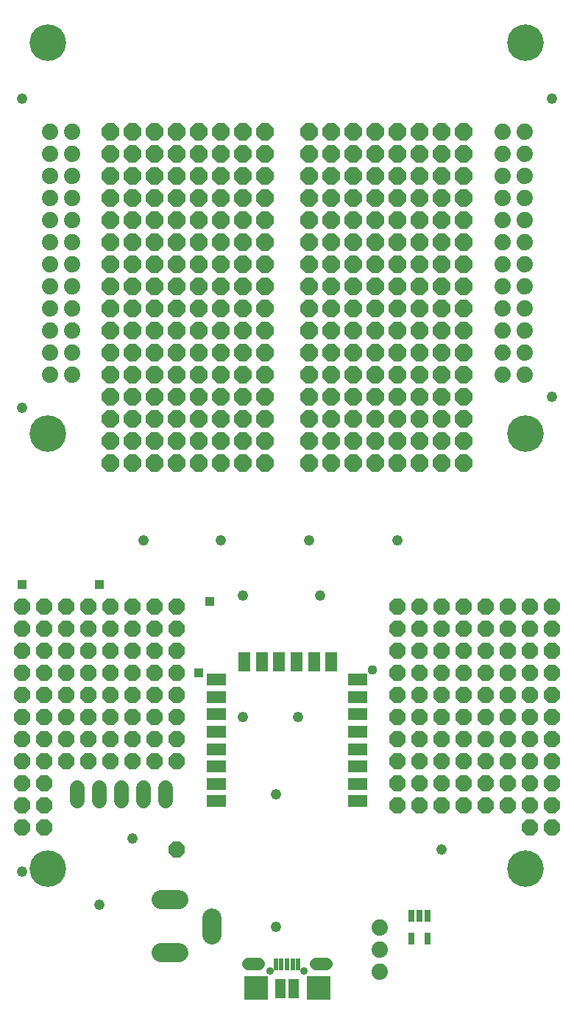
<source format=gts>
G75*
%MOIN*%
%OFA0B0*%
%FSLAX25Y25*%
%IPPOS*%
%LPD*%
%AMOC8*
5,1,8,0,0,1.08239X$1,22.5*
%
%ADD10C,0.16548*%
%ADD11C,0.07400*%
%ADD12C,0.08674*%
%ADD13OC8,0.07100*%
%ADD14R,0.08674X0.05524*%
%ADD15R,0.05524X0.08674*%
%ADD16R,0.01969X0.05709*%
%ADD17R,0.04737X0.08674*%
%ADD18C,0.05556*%
%ADD19R,0.10643X0.10643*%
%ADD20C,0.03556*%
%ADD21R,0.02965X0.05524*%
%ADD22OC8,0.07800*%
%ADD23C,0.06800*%
%ADD24R,0.04400X0.04400*%
%ADD25C,0.04400*%
%ADD26C,0.04762*%
D10*
X0043375Y0078414D03*
X0043375Y0275186D03*
X0043375Y0452391D03*
X0259871Y0452430D03*
X0259871Y0275225D03*
X0259831Y0078414D03*
D11*
X0193650Y0051721D03*
X0193650Y0041721D03*
X0193650Y0031721D03*
X0249300Y0301800D03*
X0249300Y0311800D03*
X0249300Y0321800D03*
X0249300Y0331800D03*
X0249300Y0341800D03*
X0249300Y0351800D03*
X0249300Y0361800D03*
X0249300Y0371800D03*
X0249300Y0381800D03*
X0249300Y0391800D03*
X0249300Y0401800D03*
X0249300Y0411800D03*
X0259300Y0411800D03*
X0259300Y0401800D03*
X0259300Y0391800D03*
X0259300Y0381800D03*
X0259300Y0371800D03*
X0259300Y0361800D03*
X0259300Y0351800D03*
X0259300Y0341800D03*
X0259300Y0331800D03*
X0259300Y0321800D03*
X0259300Y0311800D03*
X0259300Y0301800D03*
X0054300Y0301800D03*
X0054300Y0311800D03*
X0054300Y0321800D03*
X0054300Y0331800D03*
X0054300Y0341800D03*
X0054300Y0351800D03*
X0054300Y0361800D03*
X0054300Y0371800D03*
X0054300Y0381800D03*
X0054300Y0391800D03*
X0054300Y0401800D03*
X0054300Y0411800D03*
X0044300Y0411800D03*
X0044300Y0401800D03*
X0044300Y0391800D03*
X0044300Y0381800D03*
X0044300Y0371800D03*
X0044300Y0361800D03*
X0044300Y0351800D03*
X0044300Y0341800D03*
X0044300Y0331800D03*
X0044300Y0321800D03*
X0044300Y0311800D03*
X0044300Y0301800D03*
D12*
X0094792Y0064359D02*
X0102666Y0064359D01*
X0102666Y0040343D02*
X0094792Y0040343D01*
X0117627Y0048217D02*
X0117627Y0056091D01*
D13*
X0101800Y0086800D03*
X0101800Y0126800D03*
X0101800Y0136800D03*
X0101800Y0146800D03*
X0101800Y0156800D03*
X0101800Y0166800D03*
X0101800Y0176800D03*
X0101800Y0186800D03*
X0101800Y0196800D03*
X0091800Y0196800D03*
X0091800Y0186800D03*
X0091800Y0176800D03*
X0091800Y0166800D03*
X0091800Y0156800D03*
X0091800Y0146800D03*
X0091800Y0136800D03*
X0091800Y0126800D03*
X0081800Y0126800D03*
X0081800Y0136800D03*
X0081800Y0146800D03*
X0081800Y0156800D03*
X0081800Y0166800D03*
X0081800Y0176800D03*
X0081800Y0186800D03*
X0081800Y0196800D03*
X0071800Y0196800D03*
X0071800Y0186800D03*
X0071800Y0176800D03*
X0071800Y0166800D03*
X0071800Y0156800D03*
X0071800Y0146800D03*
X0071800Y0136800D03*
X0071800Y0126800D03*
X0061800Y0126800D03*
X0061800Y0136800D03*
X0061800Y0146800D03*
X0061800Y0156800D03*
X0061800Y0166800D03*
X0061800Y0176800D03*
X0061800Y0186800D03*
X0061800Y0196800D03*
X0051800Y0196800D03*
X0051800Y0186800D03*
X0051800Y0176800D03*
X0051800Y0166800D03*
X0051800Y0156800D03*
X0051800Y0146800D03*
X0051800Y0136800D03*
X0051800Y0126800D03*
X0041800Y0126800D03*
X0041800Y0116800D03*
X0041800Y0106800D03*
X0041800Y0096800D03*
X0031800Y0096800D03*
X0031800Y0106800D03*
X0031800Y0116800D03*
X0031800Y0126800D03*
X0031800Y0136800D03*
X0031800Y0146800D03*
X0031800Y0156800D03*
X0031800Y0166800D03*
X0031800Y0176800D03*
X0031800Y0186800D03*
X0031800Y0196800D03*
X0041800Y0196800D03*
X0041800Y0186800D03*
X0041800Y0176800D03*
X0041800Y0166800D03*
X0041800Y0156800D03*
X0041800Y0146800D03*
X0041800Y0136800D03*
X0201800Y0136800D03*
X0201800Y0126800D03*
X0201800Y0116800D03*
X0201800Y0106800D03*
X0211800Y0106800D03*
X0211800Y0116800D03*
X0211800Y0126800D03*
X0211800Y0136800D03*
X0211800Y0146800D03*
X0211800Y0156800D03*
X0211800Y0166800D03*
X0211800Y0176800D03*
X0211800Y0186800D03*
X0211800Y0196800D03*
X0221800Y0196800D03*
X0221800Y0186800D03*
X0221800Y0176800D03*
X0221800Y0166800D03*
X0221800Y0156800D03*
X0221800Y0146800D03*
X0221800Y0136800D03*
X0221800Y0126800D03*
X0221800Y0116800D03*
X0221800Y0106800D03*
X0231800Y0106800D03*
X0231800Y0116800D03*
X0231800Y0126800D03*
X0231800Y0136800D03*
X0231800Y0146800D03*
X0231800Y0156800D03*
X0231800Y0166800D03*
X0231800Y0176800D03*
X0231800Y0186800D03*
X0231800Y0196800D03*
X0241800Y0196800D03*
X0241800Y0186800D03*
X0241800Y0176800D03*
X0241800Y0166800D03*
X0241800Y0156800D03*
X0241800Y0146800D03*
X0241800Y0136800D03*
X0241800Y0126800D03*
X0241800Y0116800D03*
X0241800Y0106800D03*
X0251800Y0106800D03*
X0251800Y0116800D03*
X0251800Y0126800D03*
X0251800Y0136800D03*
X0251800Y0146800D03*
X0251800Y0156800D03*
X0251800Y0166800D03*
X0251800Y0176800D03*
X0251800Y0186800D03*
X0251800Y0196800D03*
X0261800Y0196800D03*
X0261800Y0186800D03*
X0261800Y0176800D03*
X0261800Y0166800D03*
X0261800Y0156800D03*
X0261800Y0146800D03*
X0261800Y0136800D03*
X0261800Y0126800D03*
X0261800Y0116800D03*
X0261800Y0106800D03*
X0261800Y0096800D03*
X0271800Y0096800D03*
X0271800Y0106800D03*
X0271800Y0116800D03*
X0271800Y0126800D03*
X0271800Y0136800D03*
X0271800Y0146800D03*
X0271800Y0156800D03*
X0271800Y0166800D03*
X0271800Y0176800D03*
X0271800Y0186800D03*
X0271800Y0196800D03*
X0201800Y0196800D03*
X0201800Y0186800D03*
X0201800Y0176800D03*
X0201800Y0166800D03*
X0201800Y0156800D03*
X0201800Y0146800D03*
D14*
X0183690Y0148178D03*
X0183690Y0156052D03*
X0183690Y0163926D03*
X0183690Y0140304D03*
X0183690Y0132430D03*
X0183690Y0124556D03*
X0183690Y0116682D03*
X0183690Y0108808D03*
X0119910Y0108808D03*
X0119910Y0116682D03*
X0119910Y0124556D03*
X0119910Y0132430D03*
X0119910Y0140304D03*
X0119910Y0148178D03*
X0119910Y0156052D03*
X0119910Y0163926D03*
D15*
X0132509Y0171800D03*
X0140383Y0171800D03*
X0148257Y0171800D03*
X0156131Y0171800D03*
X0164005Y0171800D03*
X0171879Y0171800D03*
D16*
X0156918Y0034851D03*
X0154359Y0034851D03*
X0151800Y0034851D03*
X0149241Y0034851D03*
X0146682Y0034851D03*
D17*
X0148847Y0023926D03*
X0154753Y0023926D03*
D18*
X0164792Y0035343D02*
X0169548Y0035343D01*
X0138808Y0035343D02*
X0134052Y0035343D01*
D19*
X0137627Y0024320D03*
X0165973Y0024320D03*
D20*
X0159477Y0031800D03*
X0144123Y0031800D03*
D21*
X0208060Y0046681D03*
X0208060Y0056919D03*
X0211800Y0056919D03*
X0215540Y0056919D03*
X0215540Y0046681D03*
D22*
X0211800Y0261800D03*
X0211800Y0271800D03*
X0211800Y0281800D03*
X0211800Y0291800D03*
X0211800Y0301800D03*
X0211800Y0311800D03*
X0211800Y0321800D03*
X0211800Y0331800D03*
X0211800Y0341800D03*
X0211800Y0351800D03*
X0211800Y0361800D03*
X0211800Y0371800D03*
X0211800Y0381800D03*
X0211800Y0391800D03*
X0211800Y0401800D03*
X0211800Y0411800D03*
X0221800Y0411800D03*
X0221800Y0401800D03*
X0221800Y0391800D03*
X0221800Y0381800D03*
X0221800Y0371800D03*
X0221800Y0361800D03*
X0221800Y0351800D03*
X0221800Y0341800D03*
X0221800Y0331800D03*
X0221800Y0321800D03*
X0221800Y0311800D03*
X0221800Y0301800D03*
X0221800Y0291800D03*
X0221800Y0281800D03*
X0221800Y0271800D03*
X0221800Y0261800D03*
X0231800Y0261800D03*
X0231800Y0271800D03*
X0231800Y0281800D03*
X0231800Y0291800D03*
X0231800Y0301800D03*
X0231800Y0311800D03*
X0231800Y0321800D03*
X0231800Y0331800D03*
X0231800Y0341800D03*
X0231800Y0351800D03*
X0231800Y0361800D03*
X0231800Y0371800D03*
X0231800Y0381800D03*
X0231800Y0391800D03*
X0231800Y0401800D03*
X0231800Y0411800D03*
X0201800Y0411800D03*
X0201800Y0401800D03*
X0201800Y0391800D03*
X0201800Y0381800D03*
X0201800Y0371800D03*
X0201800Y0361800D03*
X0201800Y0351800D03*
X0201800Y0341800D03*
X0201800Y0331800D03*
X0201800Y0321800D03*
X0201800Y0311800D03*
X0201800Y0301800D03*
X0201800Y0291800D03*
X0201800Y0281800D03*
X0201800Y0271800D03*
X0201800Y0261800D03*
X0191800Y0261800D03*
X0191800Y0271800D03*
X0191800Y0281800D03*
X0191800Y0291800D03*
X0191800Y0301800D03*
X0191800Y0311800D03*
X0191800Y0321800D03*
X0191800Y0331800D03*
X0191800Y0341800D03*
X0191800Y0351800D03*
X0191800Y0361800D03*
X0191800Y0371800D03*
X0191800Y0381800D03*
X0191800Y0391800D03*
X0191800Y0401800D03*
X0191800Y0411800D03*
X0181800Y0411800D03*
X0181800Y0401800D03*
X0181800Y0391800D03*
X0181800Y0381800D03*
X0181800Y0371800D03*
X0181800Y0361800D03*
X0181800Y0351800D03*
X0181800Y0341800D03*
X0181800Y0331800D03*
X0181800Y0321800D03*
X0181800Y0311800D03*
X0181800Y0301800D03*
X0181800Y0291800D03*
X0181800Y0281800D03*
X0181800Y0271800D03*
X0181800Y0261800D03*
X0171800Y0261800D03*
X0171800Y0271800D03*
X0171800Y0281800D03*
X0171800Y0291800D03*
X0171800Y0301800D03*
X0171800Y0311800D03*
X0171800Y0321800D03*
X0171800Y0331800D03*
X0171800Y0341800D03*
X0171800Y0351800D03*
X0171800Y0361800D03*
X0171800Y0371800D03*
X0171800Y0381800D03*
X0171800Y0391800D03*
X0171800Y0401800D03*
X0171800Y0411800D03*
X0161800Y0411800D03*
X0161800Y0401800D03*
X0161800Y0391800D03*
X0161800Y0381800D03*
X0161800Y0371800D03*
X0161800Y0361800D03*
X0161800Y0351800D03*
X0161800Y0341800D03*
X0161800Y0331800D03*
X0161800Y0321800D03*
X0161800Y0311800D03*
X0161800Y0301800D03*
X0161800Y0291800D03*
X0161800Y0281800D03*
X0161800Y0271800D03*
X0161800Y0261800D03*
X0141800Y0261800D03*
X0141800Y0271800D03*
X0141800Y0281800D03*
X0141800Y0291800D03*
X0141800Y0301800D03*
X0141800Y0311800D03*
X0141800Y0321800D03*
X0141800Y0331800D03*
X0141800Y0341800D03*
X0141800Y0351800D03*
X0141800Y0361800D03*
X0141800Y0371800D03*
X0141800Y0381800D03*
X0141800Y0391800D03*
X0141800Y0401800D03*
X0141800Y0411800D03*
X0131800Y0411800D03*
X0131800Y0401800D03*
X0131800Y0391800D03*
X0131800Y0381800D03*
X0131800Y0371800D03*
X0131800Y0361800D03*
X0131800Y0351800D03*
X0131800Y0341800D03*
X0131800Y0331800D03*
X0131800Y0321800D03*
X0131800Y0311800D03*
X0131800Y0301800D03*
X0131800Y0291800D03*
X0131800Y0281800D03*
X0131800Y0271800D03*
X0131800Y0261800D03*
X0121800Y0261800D03*
X0121800Y0271800D03*
X0121800Y0281800D03*
X0121800Y0291800D03*
X0121800Y0301800D03*
X0121800Y0311800D03*
X0121800Y0321800D03*
X0121800Y0331800D03*
X0121800Y0341800D03*
X0121800Y0351800D03*
X0121800Y0361800D03*
X0121800Y0371800D03*
X0121800Y0381800D03*
X0121800Y0391800D03*
X0121800Y0401800D03*
X0121800Y0411800D03*
X0111800Y0411800D03*
X0111800Y0401800D03*
X0111800Y0391800D03*
X0111800Y0381800D03*
X0111800Y0371800D03*
X0111800Y0361800D03*
X0111800Y0351800D03*
X0111800Y0341800D03*
X0111800Y0331800D03*
X0111800Y0321800D03*
X0111800Y0311800D03*
X0111800Y0301800D03*
X0111800Y0291800D03*
X0111800Y0281800D03*
X0111800Y0271800D03*
X0111800Y0261800D03*
X0101800Y0261800D03*
X0101800Y0271800D03*
X0101800Y0281800D03*
X0101800Y0291800D03*
X0101800Y0301800D03*
X0101800Y0311800D03*
X0101800Y0321800D03*
X0101800Y0331800D03*
X0101800Y0341800D03*
X0101800Y0351800D03*
X0101800Y0361800D03*
X0101800Y0371800D03*
X0101800Y0381800D03*
X0101800Y0391800D03*
X0101800Y0401800D03*
X0101800Y0411800D03*
X0091800Y0411800D03*
X0091800Y0401800D03*
X0091800Y0391800D03*
X0091800Y0381800D03*
X0091800Y0371800D03*
X0091800Y0361800D03*
X0091800Y0351800D03*
X0091800Y0341800D03*
X0091800Y0331800D03*
X0091800Y0321800D03*
X0091800Y0311800D03*
X0091800Y0301800D03*
X0091800Y0291800D03*
X0091800Y0281800D03*
X0091800Y0271800D03*
X0091800Y0261800D03*
X0081800Y0261800D03*
X0081800Y0271800D03*
X0081800Y0281800D03*
X0081800Y0291800D03*
X0081800Y0301800D03*
X0081800Y0311800D03*
X0081800Y0321800D03*
X0081800Y0331800D03*
X0081800Y0341800D03*
X0081800Y0351800D03*
X0081800Y0361800D03*
X0081800Y0371800D03*
X0081800Y0381800D03*
X0081800Y0391800D03*
X0081800Y0401800D03*
X0081800Y0411800D03*
X0071800Y0411800D03*
X0071800Y0401800D03*
X0071800Y0391800D03*
X0071800Y0381800D03*
X0071800Y0371800D03*
X0071800Y0361800D03*
X0071800Y0351800D03*
X0071800Y0341800D03*
X0071800Y0331800D03*
X0071800Y0321800D03*
X0071800Y0311800D03*
X0071800Y0301800D03*
X0071800Y0291800D03*
X0071800Y0281800D03*
X0071800Y0271800D03*
X0071800Y0261800D03*
D23*
X0066800Y0114800D02*
X0066800Y0108800D01*
X0056800Y0108800D02*
X0056800Y0114800D01*
X0076800Y0114800D02*
X0076800Y0108800D01*
X0086800Y0108800D02*
X0086800Y0114800D01*
X0096800Y0114800D02*
X0096800Y0108800D01*
D24*
X0111800Y0166800D03*
X0116800Y0199300D03*
X0066800Y0206800D03*
X0031800Y0206800D03*
D25*
X0190300Y0168300D03*
D26*
X0031800Y0076800D03*
X0066800Y0061800D03*
X0081800Y0091800D03*
X0131800Y0146800D03*
X0146800Y0111800D03*
X0156800Y0146800D03*
X0166800Y0201800D03*
X0161800Y0226800D03*
X0131800Y0201800D03*
X0121800Y0226800D03*
X0086800Y0226800D03*
X0031800Y0286800D03*
X0031800Y0426800D03*
X0201800Y0226800D03*
X0271800Y0291800D03*
X0271800Y0426800D03*
X0221800Y0086800D03*
X0146800Y0051800D03*
M02*

</source>
